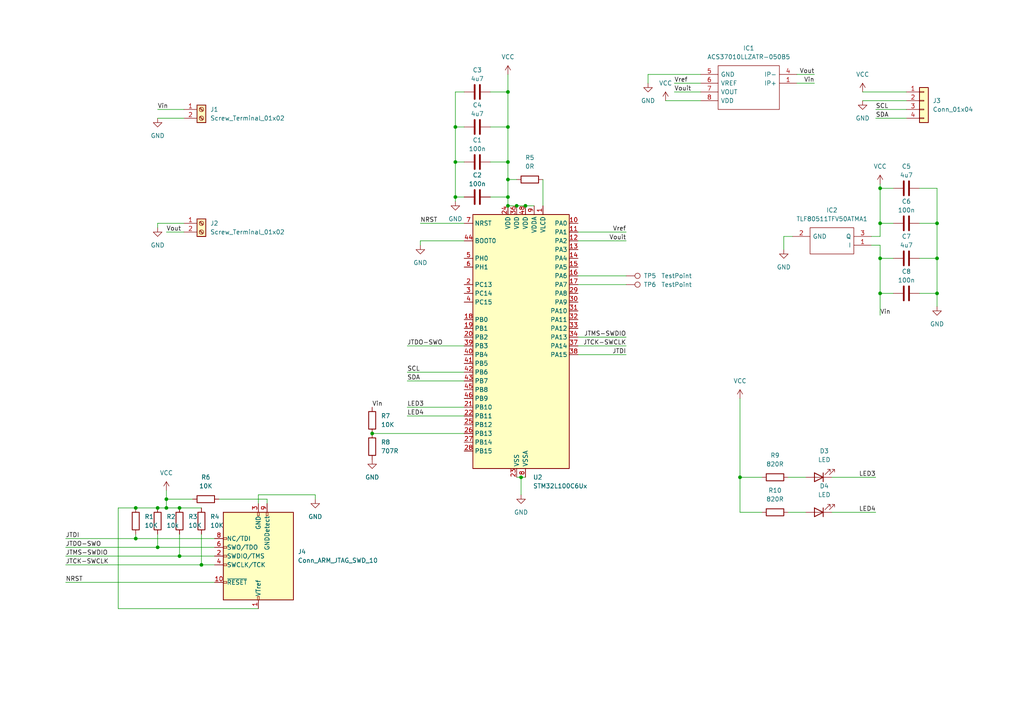
<source format=kicad_sch>
(kicad_sch (version 20230121) (generator eeschema)
  (paper "A4")
  (lib_symbols
    (symbol "Connector:Conn_ARM_JTAG_SWD_10" (pin_names (offset 1.016))
      (property "Reference" "J" (at -2.54 16.51 0))
      (property "Value" "Conn_ARM_JTAG_SWD_10" (at -2.54 13.97 0))
      (symbol "Conn_ARM_JTAG_SWD_10_0_1"
        (rectangle (start -10.16 12.7) (end 10.16 -12.7) (stroke (width 0.254)) (fill (type background)))
        (rectangle (start -2.794 -12.7) (end -2.286 -11.684))
        (rectangle (start -0.254 -12.7) (end 0.254 -11.684))
        (rectangle (start -0.254 12.7) (end 0.254 11.684))
        (rectangle (start 9.144 2.286) (end 10.16 2.794))
        (rectangle (start 10.16 -2.794) (end 9.144 -2.286))
        (rectangle (start 10.16 -0.254) (end 9.144 0.254))
        (rectangle (start 10.16 7.874) (end 9.144 7.366))
      )
      (symbol "Conn_ARM_JTAG_SWD_10_1_1"
        (rectangle (start 9.144 -5.334) (end 10.16 -4.826))
        (pin power_in line (at 0 15.24 270) (length 2.54) (name "VTref") (number "1"))
        (pin open_collector line (at 12.7 7.62 180) (length 2.54) (name "~{RESET}") (number "10"))
        (pin bidirectional line (at 12.7 0 180) (length 2.54) (name "SWDIO/TMS") (number "2"))
        (pin power_in line (at 0 -15.24 90) (length 2.54) (name "GND") (number "3"))
        (pin output line (at 12.7 2.54 180) (length 2.54) (name "SWCLK/TCK") (number "4"))
        (pin passive line (at 0 -15.24 90) (length 2.54) hide (name "GND") (number "5"))
        (pin input line (at 12.7 -2.54 180) (length 2.54) (name "SWO/TDO") (number "6"))
        (pin no_connect line (at -10.16 0 0) (length 2.54) hide (name "KEY") (number "7"))
        (pin output line (at 12.7 -5.08 180) (length 2.54) (name "NC/TDI") (number "8"))
        (pin passive line (at -2.54 -15.24 90) (length 2.54) (name "GNDDetect") (number "9"))
      )
    )
    (symbol "Connector:Screw_Terminal_01x02" (pin_names (offset 1.016) hide)
      (property "Reference" "J" (at 0 2.54 0))
      (property "Value" "Screw_Terminal_01x02" (at 0 -5.08 0))
      (symbol "Screw_Terminal_01x02_1_1"
        (rectangle (start -1.27 1.27) (end 1.27 -3.81) (stroke (width 0.254)) (fill (type background)))
        (circle (center 0 -2.54) (radius 0.635) (stroke (width 0.1524)))
        (polyline (pts (xy -0.5334 -2.2098) (xy 0.3302 -3.048)) (stroke (width 0.1524)))
        (polyline (pts (xy -0.5334 0.3302) (xy 0.3302 -0.508)) (stroke (width 0.1524)))
        (polyline (pts (xy -0.3556 -2.032) (xy 0.508 -2.8702)) (stroke (width 0.1524)))
        (polyline (pts (xy -0.3556 0.508) (xy 0.508 -0.3302)) (stroke (width 0.1524)))
        (circle (center 0 0) (radius 0.635) (stroke (width 0.1524)))
        (pin passive line (at -5.08 0 0) (length 3.81) (name "Pin_1") (number "1"))
        (pin passive line (at -5.08 -2.54 0) (length 3.81) (name "Pin_2") (number "2"))
      )
    )
    (symbol "Connector:TestPoint" (pin_numbers hide) (pin_names (offset 0.762) hide)
      (property "Reference" "TP" (at 0 6.858 0))
      (property "Value" "TestPoint" (at 0 5.08 0))
      (symbol "TestPoint_0_1"
        (circle (center 0 3.302) (radius 0.762))
      )
      (symbol "TestPoint_1_1"
        (pin passive line (at 0 0 90) (length 2.54) (name "1") (number "1"))
      )
    )
    (symbol "Connector_Generic:Conn_01x04" (pin_names (offset 1.016) hide)
      (property "Reference" "J" (at 0 5.08 0))
      (property "Value" "Conn_01x04" (at 0 -7.62 0))
      (symbol "Conn_01x04_1_1"
        (rectangle (start -1.27 -4.953) (end 0 -5.207) (stroke (width 0.1524)))
        (rectangle (start -1.27 -2.413) (end 0 -2.667) (stroke (width 0.1524)))
        (rectangle (start -1.27 0.127) (end 0 -0.127) (stroke (width 0.1524)))
        (rectangle (start -1.27 2.667) (end 0 2.413) (stroke (width 0.1524)))
        (rectangle (start -1.27 3.81) (end 1.27 -6.35) (stroke (width 0.254)) (fill (type background)))
        (pin passive line (at -5.08 2.54 0) (length 3.81) (name "Pin_1") (number "1"))
        (pin passive line (at -5.08 0 0) (length 3.81) (name "Pin_2") (number "2"))
        (pin passive line (at -5.08 -2.54 0) (length 3.81) (name "Pin_3") (number "3"))
        (pin passive line (at -5.08 -5.08 0) (length 3.81) (name "Pin_4") (number "4"))
      )
    )
    (symbol "Device:C" (pin_numbers hide) (pin_names (offset 0.254))
      (property "Reference" "C" (at 0.635 2.54 0))
      (property "Value" "C" (at 0.635 -2.54 0))
      (symbol "C_0_1"
        (polyline (pts (xy -2.032 -0.762) (xy 2.032 -0.762)) (stroke (width 0.508)))
        (polyline (pts (xy -2.032 0.762) (xy 2.032 0.762)) (stroke (width 0.508)))
      )
      (symbol "C_1_1"
        (pin passive line (at 0 3.81 270) (length 2.794) (name "~") (number "1"))
        (pin passive line (at 0 -3.81 90) (length 2.794) (name "~") (number "2"))
      )
    )
    (symbol "Device:LED" (pin_numbers hide) (pin_names (offset 1.016) hide)
      (property "Reference" "D" (at 0 2.54 0))
      (property "Value" "LED" (at 0 -2.54 0))
      (symbol "LED_0_1"
        (polyline (pts (xy -1.27 -1.27) (xy -1.27 1.27)) (stroke (width 0.254)))
        (polyline (pts (xy -1.27 0) (xy 1.27 0)))
        (polyline (pts (xy 1.27 -1.27) (xy 1.27 1.27) (xy -1.27 0) (xy 1.27 -1.27)) (stroke (width 0.254)))
        (polyline (pts (xy -3.048 -0.762) (xy -4.572 -2.286) (xy -3.81 -2.286) (xy -4.572 -2.286) (xy -4.572 -1.524)))
        (polyline (pts (xy -1.778 -0.762) (xy -3.302 -2.286) (xy -2.54 -2.286) (xy -3.302 -2.286) (xy -3.302 -1.524)))
      )
      (symbol "LED_1_1"
        (pin passive line (at -3.81 0 0) (length 2.54) (name "K") (number "1"))
        (pin passive line (at 3.81 0 180) (length 2.54) (name "A") (number "2"))
      )
    )
    (symbol "Device:R" (pin_numbers hide) (pin_names (offset 0))
      (property "Reference" "R" (at 2.032 0 90))
      (property "Value" "R" (at 0 0 90))
      (symbol "R_0_1"
        (rectangle (start -1.016 -2.54) (end 1.016 2.54) (stroke (width 0.254)))
      )
      (symbol "R_1_1"
        (pin passive line (at 0 3.81 270) (length 1.27) (name "~") (number "1"))
        (pin passive line (at 0 -3.81 90) (length 1.27) (name "~") (number "2"))
      )
    )
    (symbol "MCU_ST_STM32L1:STM32L100C6Ux"
      (property "Reference" "U" (at -12.7 39.37 0))
      (property "Value" "STM32L100C6Ux" (at 10.16 39.37 0))
      (symbol "STM32L100C6Ux_0_1"
        (rectangle (start -12.7 -35.56) (end 15.24 38.1) (stroke (width 0.254)) (fill (type background)))
      )
      (symbol "STM32L100C6Ux_1_1"
        (pin power_in line (at 7.62 40.64 270) (length 2.54) (name "VLCD") (number "1"))
        (pin bidirectional line (at 17.78 35.56 180) (length 2.54) (name "PA0") (number "10"))
        (pin bidirectional line (at 17.78 33.02 180) (length 2.54) (name "PA1") (number "11"))
        (pin bidirectional line (at 17.78 30.48 180) (length 2.54) (name "PA2") (number "12"))
        (pin bidirectional line (at 17.78 27.94 180) (length 2.54) (name "PA3") (number "13"))
        (pin bidirectional line (at 17.78 25.4 180) (length 2.54) (name "PA4") (number "14"))
        (pin bidirectional line (at 17.78 22.86 180) (length 2.54) (name "PA5") (number "15"))
        (pin bidirectional line (at 17.78 20.32 180) (length 2.54) (name "PA6") (number "16"))
        (pin bidirectional line (at 17.78 17.78 180) (length 2.54) (name "PA7") (number "17"))
        (pin bidirectional line (at -15.24 7.62 0) (length 2.54) (name "PB0") (number "18"))
        (pin bidirectional line (at -15.24 5.08 0) (length 2.54) (name "PB1") (number "19"))
        (pin bidirectional line (at -15.24 17.78 0) (length 2.54) (name "PC13") (number "2"))
        (pin bidirectional line (at -15.24 2.54 0) (length 2.54) (name "PB2") (number "20"))
        (pin bidirectional line (at -15.24 -17.78 0) (length 2.54) (name "PB10") (number "21"))
        (pin bidirectional line (at -15.24 -20.32 0) (length 2.54) (name "PB11") (number "22"))
        (pin power_in line (at 0 -38.1 90) (length 2.54) (name "VSS") (number "23"))
        (pin power_in line (at -2.54 40.64 270) (length 2.54) (name "VDD") (number "24"))
        (pin bidirectional line (at -15.24 -22.86 0) (length 2.54) (name "PB12") (number "25"))
        (pin bidirectional line (at -15.24 -25.4 0) (length 2.54) (name "PB13") (number "26"))
        (pin bidirectional line (at -15.24 -27.94 0) (length 2.54) (name "PB14") (number "27"))
        (pin bidirectional line (at -15.24 -30.48 0) (length 2.54) (name "PB15") (number "28"))
        (pin bidirectional line (at 17.78 15.24 180) (length 2.54) (name "PA8") (number "29"))
        (pin bidirectional line (at -15.24 15.24 0) (length 2.54) (name "PC14") (number "3"))
        (pin bidirectional line (at 17.78 12.7 180) (length 2.54) (name "PA9") (number "30"))
        (pin bidirectional line (at 17.78 10.16 180) (length 2.54) (name "PA10") (number "31"))
        (pin bidirectional line (at 17.78 7.62 180) (length 2.54) (name "PA11") (number "32"))
        (pin bidirectional line (at 17.78 5.08 180) (length 2.54) (name "PA12") (number "33"))
        (pin bidirectional line (at 17.78 2.54 180) (length 2.54) (name "PA13") (number "34"))
        (pin passive line (at 0 -38.1 90) (length 2.54) hide (name "VSS") (number "35"))
        (pin power_in line (at 0 40.64 270) (length 2.54) (name "VDD") (number "36"))
        (pin bidirectional line (at 17.78 0 180) (length 2.54) (name "PA14") (number "37"))
        (pin bidirectional line (at 17.78 -2.54 180) (length 2.54) (name "PA15") (number "38"))
        (pin bidirectional line (at -15.24 0 0) (length 2.54) (name "PB3") (number "39"))
        (pin bidirectional line (at -15.24 12.7 0) (length 2.54) (name "PC15") (number "4"))
        (pin bidirectional line (at -15.24 -2.54 0) (length 2.54) (name "PB4") (number "40"))
        (pin bidirectional line (at -15.24 -5.08 0) (length 2.54) (name "PB5") (number "41"))
        (pin bidirectional line (at -15.24 -7.62 0) (length 2.54) (name "PB6") (number "42"))
        (pin bidirectional line (at -15.24 -10.16 0) (length 2.54) (name "PB7") (number "43"))
        (pin input line (at -15.24 30.48 0) (length 2.54) (name "BOOT0") (number "44"))
        (pin bidirectional line (at -15.24 -12.7 0) (length 2.54) (name "PB8") (number "45"))
        (pin bidirectional line (at -15.24 -15.24 0) (length 2.54) (name "PB9") (number "46"))
        (pin passive line (at 0 -38.1 90) (length 2.54) hide (name "VSS") (number "47"))
        (pin power_in line (at 2.54 40.64 270) (length 2.54) (name "VDD") (number "48"))
        (pin passive line (at 0 -38.1 90) (length 2.54) hide (name "VSS") (number "49"))
        (pin bidirectional line (at -15.24 25.4 0) (length 2.54) (name "PH0") (number "5"))
        (pin bidirectional line (at -15.24 22.86 0) (length 2.54) (name "PH1") (number "6"))
        (pin input line (at -15.24 35.56 0) (length 2.54) (name "NRST") (number "7"))
        (pin power_in line (at 2.54 -38.1 90) (length 2.54) (name "VSSA") (number "8"))
        (pin power_in line (at 5.08 40.64 270) (length 2.54) (name "VDDA") (number "9"))
      )
    )
    (symbol "PRICOMP:ACS37010LLZATR-050B5" (pin_names (offset 0.762))
      (property "Reference" "IC" (at 24.13 7.62 0))
      (property "Value" "ACS37010LLZATR-050B5" (at 24.13 5.08 0))
      (symbol "ACS37010LLZATR-050B5_0_0"
        (pin passive line (at 27.94 -2.54 180) (length 5.08) (name "IP+") (number "1"))
        (pin passive line (at 27.94 0 180) (length 5.08) (name "IP-") (number "4"))
        (pin passive line (at 0 0 0) (length 5.08) (name "GND") (number "5"))
        (pin passive line (at 0 -2.54 0) (length 5.08) (name "VREF") (number "6"))
        (pin passive line (at 0 -5.08 0) (length 5.08) (name "VOUT") (number "7"))
        (pin passive line (at 0 -7.62 0) (length 5.08) (name "VDD") (number "8"))
      )
      (symbol "ACS37010LLZATR-050B5_0_1"
        (polyline (pts (xy 5.08 2.54) (xy 22.86 2.54) (xy 22.86 -10.16) (xy 5.08 -10.16) (xy 5.08 2.54)) (stroke (width 0.1524)))
      )
    )
    (symbol "TLF:TLF80511TFV50ATMA1" (pin_names (offset 0.762))
      (property "Reference" "IC" (at 19.05 7.62 0))
      (property "Value" "TLF80511TFV50ATMA1" (at 19.05 5.08 0))
      (symbol "TLF80511TFV50ATMA1_0_0"
        (pin passive line (at 22.86 -2.54 180) (length 5.08) (name "I") (number "1"))
        (pin passive line (at 0 0 0) (length 5.08) (name "GND") (number "2"))
        (pin passive line (at 22.86 0 180) (length 5.08) (name "Q") (number "3"))
      )
      (symbol "TLF80511TFV50ATMA1_0_1"
        (polyline (pts (xy 5.08 2.54) (xy 17.78 2.54) (xy 17.78 -5.08) (xy 5.08 -5.08) (xy 5.08 2.54)) (stroke (width 0.1524)))
      )
    )
    (symbol "power:GND" (power) (pin_names (offset 0))
      (property "Value" "GND" (at 0 -3.81 0))
      (symbol "GND_0_1"
        (polyline (pts (xy 0 0) (xy 0 -1.27) (xy 1.27 -1.27) (xy 0 -2.54) (xy -1.27 -1.27) (xy 0 -1.27)))
      )
      (symbol "GND_1_1"
        (pin power_in line (at 0 0 270) (length 0) hide (name "GND") (number "1"))
      )
    )
    (symbol "power:VCC" (power) (pin_names (offset 0))
      (property "Value" "VCC" (at 0 3.81 0))
      (symbol "VCC_0_1"
        (polyline (pts (xy -0.762 1.27) (xy 0 2.54)))
        (polyline (pts (xy 0 0) (xy 0 2.54)))
        (polyline (pts (xy 0 2.54) (xy 0.762 1.27)))
      )
      (symbol "VCC_1_1"
        (pin power_in line (at 0 0 90) (length 0) hide (name "VCC") (number "1"))
      )
    )
  )
  (junction (at 48.26 147.32))
  (junction (at 132.08 46.99))
  (junction (at 52.07 161.29))
  (junction (at 271.78 74.93))
  (junction (at 58.42 163.83))
  (junction (at 151.13 138.43))
  (junction (at 39.37 156.21))
  (junction (at 255.27 54.61))
  (junction (at 48.26 144.78))
  (junction (at 147.32 59.69))
  (junction (at 255.27 64.77))
  (junction (at 147.32 52.07))
  (junction (at 132.08 57.15))
  (junction (at 39.37 147.32))
  (junction (at 45.72 158.75))
  (junction (at 214.63 138.43))
  (junction (at 149.86 59.69))
  (junction (at 147.32 46.99))
  (junction (at 271.78 64.77))
  (junction (at 107.95 125.73))
  (junction (at 271.78 85.09))
  (junction (at 152.4 59.69))
  (junction (at 147.32 36.83))
  (junction (at 132.08 36.83))
  (junction (at 52.07 147.32))
  (junction (at 255.27 74.93))
  (junction (at 147.32 57.15))
  (junction (at 147.32 26.67))
  (junction (at 45.72 147.32))
  (junction (at 255.27 85.09))
  (wire (pts (xy 48.26 147.32) (xy 52.07 147.32)))
  (wire (pts (xy 241.3 148.59) (xy 254 148.59)))
  (wire (pts (xy 259.08 85.09) (xy 255.27 85.09)))
  (wire (pts (xy 152.4 59.69) (xy 154.94 59.69)))
  (wire (pts (xy 167.64 102.87) (xy 181.61 102.87)))
  (wire (pts (xy 39.37 147.32) (xy 45.72 147.32)))
  (wire (pts (xy 167.64 67.31) (xy 181.61 67.31)))
  (wire (pts (xy 118.11 120.65) (xy 134.62 120.65)))
  (wire (pts (xy 187.96 21.59) (xy 187.96 24.13)))
  (wire (pts (xy 147.32 21.59) (xy 147.32 26.67)))
  (wire (pts (xy 142.24 57.15) (xy 147.32 57.15)))
  (wire (pts (xy 19.05 163.83) (xy 58.42 163.83)))
  (wire (pts (xy 259.08 74.93) (xy 255.27 74.93)))
  (wire (pts (xy 142.24 36.83) (xy 147.32 36.83)))
  (wire (pts (xy 121.92 69.85) (xy 134.62 69.85)))
  (wire (pts (xy 214.63 115.57) (xy 214.63 138.43)))
  (wire (pts (xy 266.7 85.09) (xy 271.78 85.09)))
  (wire (pts (xy 74.93 143.51) (xy 91.44 143.51)))
  (wire (pts (xy 134.62 36.83) (xy 132.08 36.83)))
  (wire (pts (xy 147.32 59.69) (xy 149.86 59.69)))
  (wire (pts (xy 45.72 154.94) (xy 45.72 158.75)))
  (wire (pts (xy 252.73 71.12) (xy 255.27 71.12)))
  (wire (pts (xy 220.98 138.43) (xy 214.63 138.43)))
  (wire (pts (xy 63.5 144.78) (xy 77.47 144.78)))
  (wire (pts (xy 19.05 158.75) (xy 45.72 158.75)))
  (wire (pts (xy 147.32 57.15) (xy 147.32 59.69)))
  (wire (pts (xy 254 34.29) (xy 262.89 34.29)))
  (wire (pts (xy 271.78 54.61) (xy 271.78 64.77)))
  (wire (pts (xy 252.73 68.58) (xy 255.27 68.58)))
  (wire (pts (xy 48.26 144.78) (xy 55.88 144.78)))
  (wire (pts (xy 132.08 46.99) (xy 132.08 57.15)))
  (wire (pts (xy 34.29 147.32) (xy 34.29 176.53)))
  (wire (pts (xy 255.27 53.34) (xy 255.27 54.61)))
  (wire (pts (xy 157.48 52.07) (xy 157.48 59.69)))
  (wire (pts (xy 45.72 147.32) (xy 48.26 147.32)))
  (wire (pts (xy 77.47 146.05) (xy 77.47 144.78)))
  (wire (pts (xy 48.26 144.78) (xy 48.26 147.32)))
  (wire (pts (xy 142.24 46.99) (xy 147.32 46.99)))
  (wire (pts (xy 53.34 64.77) (xy 45.72 64.77)))
  (wire (pts (xy 45.72 34.29) (xy 53.34 34.29)))
  (wire (pts (xy 254 31.75) (xy 262.89 31.75)))
  (wire (pts (xy 132.08 57.15) (xy 132.08 58.42)))
  (wire (pts (xy 271.78 74.93) (xy 271.78 85.09)))
  (wire (pts (xy 19.05 161.29) (xy 52.07 161.29)))
  (wire (pts (xy 151.13 138.43) (xy 152.4 138.43)))
  (wire (pts (xy 118.11 110.49) (xy 134.62 110.49)))
  (wire (pts (xy 74.93 176.53) (xy 34.29 176.53)))
  (wire (pts (xy 255.27 71.12) (xy 255.27 74.93)))
  (wire (pts (xy 231.14 24.13) (xy 236.22 24.13)))
  (wire (pts (xy 195.58 26.67) (xy 203.2 26.67)))
  (wire (pts (xy 167.64 82.55) (xy 181.61 82.55)))
  (wire (pts (xy 134.62 57.15) (xy 132.08 57.15)))
  (wire (pts (xy 167.64 97.79) (xy 181.61 97.79)))
  (wire (pts (xy 149.86 59.69) (xy 152.4 59.69)))
  (wire (pts (xy 167.64 80.01) (xy 181.61 80.01)))
  (wire (pts (xy 142.24 26.67) (xy 147.32 26.67)))
  (wire (pts (xy 255.27 85.09) (xy 255.27 91.44)))
  (wire (pts (xy 19.05 156.21) (xy 39.37 156.21)))
  (wire (pts (xy 19.05 168.91) (xy 62.23 168.91)))
  (wire (pts (xy 250.19 29.21) (xy 262.89 29.21)))
  (wire (pts (xy 58.42 154.94) (xy 58.42 163.83)))
  (wire (pts (xy 255.27 64.77) (xy 259.08 64.77)))
  (wire (pts (xy 48.26 142.24) (xy 48.26 144.78)))
  (wire (pts (xy 52.07 147.32) (xy 58.42 147.32)))
  (wire (pts (xy 255.27 68.58) (xy 255.27 64.77)))
  (wire (pts (xy 147.32 52.07) (xy 147.32 57.15)))
  (wire (pts (xy 149.86 138.43) (xy 151.13 138.43)))
  (wire (pts (xy 266.7 54.61) (xy 271.78 54.61)))
  (wire (pts (xy 34.29 147.32) (xy 39.37 147.32)))
  (wire (pts (xy 118.11 118.11) (xy 134.62 118.11)))
  (wire (pts (xy 121.92 69.85) (xy 121.92 71.12)))
  (wire (pts (xy 118.11 107.95) (xy 134.62 107.95)))
  (wire (pts (xy 214.63 138.43) (xy 214.63 148.59)))
  (wire (pts (xy 147.32 26.67) (xy 147.32 36.83)))
  (wire (pts (xy 132.08 26.67) (xy 132.08 36.83)))
  (wire (pts (xy 58.42 163.83) (xy 62.23 163.83)))
  (wire (pts (xy 195.58 24.13) (xy 203.2 24.13)))
  (wire (pts (xy 259.08 54.61) (xy 255.27 54.61)))
  (wire (pts (xy 39.37 154.94) (xy 39.37 156.21)))
  (wire (pts (xy 228.6 148.59) (xy 233.68 148.59)))
  (wire (pts (xy 132.08 46.99) (xy 134.62 46.99)))
  (wire (pts (xy 74.93 146.05) (xy 74.93 143.51)))
  (wire (pts (xy 229.87 68.58) (xy 227.33 68.58)))
  (wire (pts (xy 271.78 64.77) (xy 271.78 74.93)))
  (wire (pts (xy 231.14 21.59) (xy 236.22 21.59)))
  (wire (pts (xy 39.37 156.21) (xy 62.23 156.21)))
  (wire (pts (xy 227.33 68.58) (xy 227.33 72.39)))
  (wire (pts (xy 45.72 64.77) (xy 45.72 66.04)))
  (wire (pts (xy 167.64 100.33) (xy 181.61 100.33)))
  (wire (pts (xy 271.78 85.09) (xy 271.78 88.9)))
  (wire (pts (xy 52.07 161.29) (xy 62.23 161.29)))
  (wire (pts (xy 147.32 52.07) (xy 149.86 52.07)))
  (wire (pts (xy 134.62 26.67) (xy 132.08 26.67)))
  (wire (pts (xy 167.64 69.85) (xy 181.61 69.85)))
  (wire (pts (xy 52.07 154.94) (xy 52.07 161.29)))
  (wire (pts (xy 220.98 148.59) (xy 214.63 148.59)))
  (wire (pts (xy 266.7 74.93) (xy 271.78 74.93)))
  (wire (pts (xy 118.11 100.33) (xy 134.62 100.33)))
  (wire (pts (xy 48.26 67.31) (xy 53.34 67.31)))
  (wire (pts (xy 147.32 46.99) (xy 147.32 52.07)))
  (wire (pts (xy 255.27 74.93) (xy 255.27 85.09)))
  (wire (pts (xy 203.2 21.59) (xy 187.96 21.59)))
  (wire (pts (xy 228.6 138.43) (xy 233.68 138.43)))
  (wire (pts (xy 91.44 143.51) (xy 91.44 144.78)))
  (wire (pts (xy 266.7 64.77) (xy 271.78 64.77)))
  (wire (pts (xy 241.3 138.43) (xy 254 138.43)))
  (wire (pts (xy 121.92 64.77) (xy 134.62 64.77)))
  (wire (pts (xy 147.32 36.83) (xy 147.32 46.99)))
  (wire (pts (xy 151.13 138.43) (xy 151.13 143.51)))
  (wire (pts (xy 250.19 26.67) (xy 262.89 26.67)))
  (wire (pts (xy 45.72 31.75) (xy 53.34 31.75)))
  (wire (pts (xy 255.27 54.61) (xy 255.27 64.77)))
  (wire (pts (xy 132.08 36.83) (xy 132.08 46.99)))
  (wire (pts (xy 193.04 29.21) (xy 203.2 29.21)))
  (wire (pts (xy 45.72 158.75) (xy 62.23 158.75)))
  (wire (pts (xy 107.95 125.73) (xy 134.62 125.73)))
  (label "Vin" (at 45.72 31.75 0))
  (label "NRST" (at 121.92 64.77 0))
  (label "SCL" (at 118.11 107.95 0))
  (label "SDA" (at 118.11 110.49 0))
  (label "LED4" (at 254 148.59 180))
  (label "JTMS-SWDIO" (at 19.05 161.29 0))
  (label "JTCK-SWCLK" (at 19.05 163.83 0))
  (label "Vout" (at 236.22 21.59 180))
  (label "Vref" (at 181.61 67.31 180))
  (label "LED3" (at 118.11 118.11 0))
  (label "Vouit" (at 181.61 69.85 180))
  (label "JTMS-SWDIO" (at 181.61 97.79 180))
  (label "SDA" (at 254 34.29 0))
  (label "LED3" (at 254 138.43 180))
  (label "JTCK-SWCLK" (at 181.61 100.33 180))
  (label "Vref" (at 195.58 24.13 0))
  (label "Vout" (at 48.26 67.31 0))
  (label "JTDO-SWO" (at 118.11 100.33 0))
  (label "Vouit" (at 195.58 26.67 0))
  (label "NRST" (at 19.05 168.91 0))
  (label "JTDI" (at 19.05 156.21 0))
  (label "SCL" (at 254 31.75 0))
  (label "LED4" (at 118.11 120.65 0))
  (label "Vin" (at 236.22 24.13 180))
  (label "JTDO-SWO" (at 19.05 158.75 0))
  (label "Vin" (at 107.95 118.11 0))
  (label "Vin" (at 255.27 91.44 0))
  (label "JTDI" (at 181.61 102.87 180))
  (symbol (lib_id "power:VCC") (at 193.04 29.21 0) (unit 1)
    (property "Reference" "#PWR04" (effects hide))
    (property "Value" "VCC" (at 193.04 24.13 0))
  )
  (symbol (lib_id "Device:C") (at 138.43 57.15 90) (unit 1)
    (property "Reference" "C2" (at 138.43 50.8 90))
    (property "Value" "100n" (at 138.43 53.34 90))
    (property "Footprint" "Capacitor_SMD:C_0805_2012Metric" (effects hide))
  )
  (symbol (lib_id "power:GND") (at 151.13 143.51 0) (unit 1)
    (property "Reference" "#PWR09" (effects hide))
    (property "Value" "GND" (at 151.13 148.59 0))
  )
  (symbol (lib_id "power:VCC") (at 214.63 115.57 0) (unit 1)
    (property "Reference" "#PWR012" (effects hide))
    (property "Value" "VCC" (at 214.63 110.49 0))
  )
  (symbol (lib_id "MCU_ST_STM32L1:STM32L100C6Ux") (at 149.86 100.33 0) (unit 1)
    (property "Reference" "U2" (at 154.5941 138.43 0) (effects (justify left)))
    (property "Value" "STM32L100C6Ux" (at 154.5941 140.97 0) (effects (justify left)))
    (property "Footprint" "Package_DFN_QFN:QFN-48-1EP_7x7mm_P0.5mm_EP5.6x5.6mm" (effects hide))
    (property "Datasheet" "https://www.st.com/resource/en/datasheet/stm32l100c6.pdf" (effects hide))
  )
  (symbol (lib_id "power:GND") (at 45.72 34.29 0) (unit 1)
    (property "Reference" "#PWR01" (effects hide))
    (property "Value" "GND" (at 45.72 39.37 0))
  )
  (symbol (lib_id "Connector:TestPoint") (at 181.61 82.55 270) (unit 1)
    (property "Reference" "TP6" (at 186.69 82.55 90) (effects (justify left)))
    (property "Value" "TestPoint" (at 191.77 82.55 90) (effects (justify left)))
    (property "Footprint" "TestPoint:TestPoint_Pad_2.0x2.0mm" (effects hide))
  )
  (symbol (lib_id "Connector_Generic:Conn_01x04") (at 267.97 29.21 0) (unit 1)
    (property "Reference" "J3" (at 270.51 29.21 0) (effects (justify left)))
    (property "Value" "Conn_01x04" (at 270.51 31.75 0) (effects (justify left)))
    (property "Footprint" "Connector_PinHeader_2.54mm:PinHeader_1x04_P2.54mm_Vertical" (effects hide))
  )
  (symbol (lib_id "power:GND") (at 250.19 29.21 0) (unit 1)
    (property "Reference" "#PWR06" (effects hide))
    (property "Value" "GND" (at 250.19 34.29 0))
  )
  (symbol (lib_id "Device:R") (at 52.07 151.13 0) (unit 1)
    (property "Reference" "R3" (at 54.61 149.86 0) (effects (justify left)))
    (property "Value" "10K" (at 54.61 152.4 0) (effects (justify left)))
    (property "Footprint" "Resistor_SMD:R_0805_2012Metric_Pad1.20x1.40mm_HandSolder" (effects hide))
  )
  (symbol (lib_id "power:VCC") (at 250.19 26.67 0) (unit 1)
    (property "Reference" "#PWR05" (effects hide))
    (property "Value" "VCC" (at 250.19 21.59 0))
  )
  (symbol (lib_id "Device:C") (at 262.89 85.09 90) (unit 1)
    (property "Reference" "C8" (at 262.89 78.74 90))
    (property "Value" "100n" (at 262.89 81.28 90))
    (property "Footprint" "Capacitor_SMD:C_0805_2012Metric" (effects hide))
  )
  (symbol (lib_id "power:VCC") (at 147.32 21.59 0) (unit 1)
    (property "Reference" "#PWR010" (effects hide))
    (property "Value" "VCC" (at 147.32 16.51 0))
  )
  (symbol (lib_id "power:GND") (at 271.78 88.9 0) (unit 1)
    (property "Reference" "#PWR015" (effects hide))
    (property "Value" "GND" (at 271.78 93.98 0))
  )
  (symbol (lib_id "Device:R") (at 107.95 121.92 0) (unit 1)
    (property "Reference" "R7" (at 110.49 120.65 0) (effects (justify left)))
    (property "Value" "10K" (at 110.49 123.19 0) (effects (justify left)))
    (property "Footprint" "Resistor_SMD:R_0805_2012Metric_Pad1.20x1.40mm_HandSolder" (effects hide))
  )
  (symbol (lib_id "Device:R") (at 107.95 129.54 0) (unit 1)
    (property "Reference" "R8" (at 110.49 128.27 0) (effects (justify left)))
    (property "Value" "707R" (at 110.49 130.81 0) (effects (justify left)))
    (property "Footprint" "Resistor_SMD:R_0805_2012Metric_Pad1.20x1.40mm_HandSolder" (effects hide))
  )
  (symbol (lib_id "Connector:Conn_ARM_JTAG_SWD_10") (at 74.93 161.29 180) (unit 1)
    (property "Reference" "J4" (at 86.36 160.02 0) (effects (justify right)))
    (property "Value" "Conn_ARM_JTAG_SWD_10" (at 86.36 162.56 0) (effects (justify right)))
    (property "Footprint" "Connector_PinHeader_1.27mm:PinHeader_2x05_P1.27mm_Vertical" (effects hide))
    (property "Datasheet" "http://infocenter.arm.com/help/topic/com.arm.doc.ddi0314h/DDI0314H_coresight_components_trm.pdf" (effects hide))
  )
  (symbol (lib_id "Device:R") (at 153.67 52.07 90) (unit 1)
    (property "Reference" "R5" (at 153.67 45.72 90))
    (property "Value" "0R" (at 153.67 48.26 90))
    (property "Footprint" "Resistor_SMD:R_0201_0603Metric" (effects hide))
  )
  (symbol (lib_id "PRICOMP:ACS37010LLZATR-050B5") (at 203.2 21.59 0) (unit 1)
    (property "Reference" "IC1" (at 217.17 13.97 0))
    (property "Value" "ACS37010LLZATR-050B5" (at 217.17 16.51 0))
    (property "Footprint" "ACS37010LLZATR050B5" (effects hide))
    (property "Datasheet" "https://www.allegromicro.com/~/media/Files/Datasheets/ACS37010-2-Datasheet" (effects hide))
    (property "Description" "450 kHz, High Accuracy Current Sensor With FAULT or Reference Output in SOIC-6 Package" (effects hide))
    (property "Height" "1.82" (effects hide))
    (property "Arrow Part Number" "ACS37010LLZATR-050B5" (effects hide))
    (property "Manufacturer_Name" "Allegro Microsystems" (effects hide))
    (property "Manufacturer_Part_Number" "ACS37010LLZATR-050B5" (effects hide))
  )
  (symbol (lib_id "Device:LED") (at 237.49 148.59 180) (unit 1)
    (property "Reference" "D4" (at 239.0775 140.97 0))
    (property "Value" "LED" (at 239.0775 143.51 0))
    (property "Footprint" "LED_SMD:LED_0805_2012Metric_Pad1.15x1.40mm_HandSolder" (effects hide))
  )
  (symbol (lib_id "Connector:Screw_Terminal_01x02") (at 58.42 31.75 0) (unit 1)
    (property "Reference" "J1" (at 60.96 31.75 0) (effects (justify left)))
    (property "Value" "Screw_Terminal_01x02" (at 60.96 34.29 0) (effects (justify left)))
    (property "Footprint" "TerminalBlock_RND:TerminalBlock_RND_205-00001_1x02_P5.00mm_Horizontal" (effects hide))
  )
  (symbol (lib_id "Device:R") (at 224.79 148.59 90) (unit 1)
    (property "Reference" "R10" (at 224.79 142.24 90))
    (property "Value" "820R" (at 224.79 144.78 90))
    (property "Footprint" "Resistor_SMD:R_0805_2012Metric_Pad1.20x1.40mm_HandSolder" (effects hide))
  )
  (symbol (lib_id "Device:R") (at 224.79 138.43 90) (unit 1)
    (property "Reference" "R9" (at 224.79 132.08 90))
    (property "Value" "820R" (at 224.79 134.62 90))
    (property "Footprint" "Resistor_SMD:R_0805_2012Metric_Pad1.20x1.40mm_HandSolder" (effects hide))
  )
  (symbol (lib_id "power:GND") (at 132.08 58.42 0) (unit 1)
    (property "Reference" "#PWR011" (effects hide))
    (property "Value" "GND" (at 132.08 63.5 0))
  )
  (symbol (lib_id "power:GND") (at 187.96 24.13 0) (unit 1)
    (property "Reference" "#PWR02" (effects hide))
    (property "Value" "GND" (at 187.96 29.21 0))
  )
  (symbol (lib_id "Device:R") (at 58.42 151.13 0) (unit 1)
    (property "Reference" "R4" (at 60.96 149.86 0) (effects (justify left)))
    (property "Value" "10K" (at 60.96 152.4 0) (effects (justify left)))
    (property "Footprint" "Resistor_SMD:R_0805_2012Metric_Pad1.20x1.40mm_HandSolder" (effects hide))
  )
  (symbol (lib_id "power:GND") (at 45.72 66.04 0) (unit 1)
    (property "Reference" "#PWR03" (effects hide))
    (property "Value" "GND" (at 45.72 71.12 0))
  )
  (symbol (lib_id "Connector:Screw_Terminal_01x02") (at 58.42 64.77 0) (unit 1)
    (property "Reference" "J2" (at 60.96 64.77 0) (effects (justify left)))
    (property "Value" "Screw_Terminal_01x02" (at 60.96 67.31 0) (effects (justify left)))
    (property "Footprint" "TerminalBlock_RND:TerminalBlock_RND_205-00001_1x02_P5.00mm_Horizontal" (effects hide))
  )
  (symbol (lib_id "Device:C") (at 262.89 74.93 90) (unit 1)
    (property "Reference" "C7" (at 262.89 68.58 90))
    (property "Value" "4u7" (at 262.89 71.12 90))
    (property "Footprint" "Capacitor_SMD:C_0805_2012Metric" (effects hide))
  )
  (symbol (lib_id "power:GND") (at 107.95 133.35 0) (unit 1)
    (property "Reference" "#PWR017" (effects hide))
    (property "Value" "GND" (at 107.95 138.43 0))
  )
  (symbol (lib_id "Device:R") (at 45.72 151.13 0) (unit 1)
    (property "Reference" "R2" (at 48.26 149.86 0) (effects (justify left)))
    (property "Value" "10k" (at 48.26 152.4 0) (effects (justify left)))
    (property "Footprint" "Resistor_SMD:R_0805_2012Metric_Pad1.20x1.40mm_HandSolder" (effects hide))
  )
  (symbol (lib_id "Device:LED") (at 237.49 138.43 180) (unit 1)
    (property "Reference" "D3" (at 239.0775 130.81 0))
    (property "Value" "LED" (at 239.0775 133.35 0))
    (property "Footprint" "LED_SMD:LED_0805_2012Metric_Pad1.15x1.40mm_HandSolder" (effects hide))
  )
  (symbol (lib_id "Device:R") (at 39.37 151.13 0) (unit 1)
    (property "Reference" "R1" (at 41.91 149.86 0) (effects (justify left)))
    (property "Value" "10K" (at 41.91 152.4 0) (effects (justify left)))
    (property "Footprint" "Resistor_SMD:R_0805_2012Metric_Pad1.20x1.40mm_HandSolder" (effects hide))
  )
  (symbol (lib_id "Device:R") (at 59.69 144.78 90) (unit 1)
    (property "Reference" "R6" (at 59.69 138.43 90))
    (property "Value" "10K" (at 59.69 140.97 90))
    (property "Footprint" "Resistor_SMD:R_0805_2012Metric_Pad1.20x1.40mm_HandSolder" (effects hide))
  )
  (symbol (lib_id "Device:C") (at 138.43 26.67 90) (unit 1)
    (property "Reference" "C3" (at 138.43 20.32 90))
    (property "Value" "4u7" (at 138.43 22.86 90))
    (property "Footprint" "Capacitor_SMD:C_0805_2012Metric" (effects hide))
  )
  (symbol (lib_id "Connector:TestPoint") (at 181.61 80.01 270) (unit 1)
    (property "Reference" "TP5" (at 186.69 80.01 90) (effects (justify left)))
    (property "Value" "TestPoint" (at 191.77 80.01 90) (effects (justify left)))
    (property "Footprint" "TestPoint:TestPoint_Pad_2.0x2.0mm" (effects hide))
  )
  (symbol (lib_id "Device:C") (at 262.89 64.77 90) (unit 1)
    (property "Reference" "C6" (at 262.89 58.42 90))
    (property "Value" "100n" (at 262.89 60.96 90))
    (property "Footprint" "Capacitor_SMD:C_0805_2012Metric" (effects hide))
  )
  (symbol (lib_id "power:VCC") (at 48.26 142.24 0) (unit 1)
    (property "Reference" "#PWR08" (effects hide))
    (property "Value" "VCC" (at 48.26 137.16 0))
  )
  (symbol (lib_id "Device:C") (at 262.89 54.61 90) (unit 1)
    (property "Reference" "C5" (at 262.89 48.26 90))
    (property "Value" "4u7" (at 262.89 50.8 90))
    (property "Footprint" "Capacitor_SMD:C_0805_2012Metric" (effects hide))
  )
  (symbol (lib_id "power:GND") (at 91.44 144.78 0) (unit 1)
    (property "Reference" "#PWR07" (effects hide))
    (property "Value" "GND" (at 91.44 149.86 0))
  )
  (symbol (lib_id "TLF:TLF80511TFV50ATMA1") (at 229.87 68.58 0) (unit 1)
    (property "Reference" "IC2" (at 241.3 60.96 0))
    (property "Value" "TLF80511TFV50ATMA1" (at 241.3 63.5 0))
    (property "Footprint" "IDD09E60" (effects hide))
    (property "Datasheet" "https://www.infineon.com/dgdl/Infineon-TLF80511TF-DS-v01_00-EN.pdf?fileId=5546d46259d9a4bf0159fa3199ac3f4b" (effects hide))
    (property "Description" "INFINEON - TLF80511TFV50ATMA1 - LDO, FIXED, AEC-Q100, 5V, 0.4A, TO-252-3" (effects hide))
    (property "Height" "2" (effects hide))
    (property "Manufacturer_Name" "Infineon" (effects hide))
    (property "Manufacturer_Part_Number" "TLF80511TFV50ATMA1" (effects hide))
  )
  (symbol (lib_id "power:VCC") (at 255.27 53.34 0) (unit 1)
    (property "Reference" "#PWR014" (effects hide))
    (property "Value" "VCC" (at 255.27 48.26 0))
  )
  (symbol (lib_id "power:GND") (at 227.33 72.39 0) (unit 1)
    (property "Reference" "#PWR016" (effects hide))
    (property "Value" "GND" (at 227.33 77.47 0))
  )
  (symbol (lib_id "Device:C") (at 138.43 46.99 90) (unit 1)
    (property "Reference" "C1" (at 138.43 40.64 90))
    (property "Value" "100n" (at 138.43 43.18 90))
    (property "Footprint" "Capacitor_SMD:C_0805_2012Metric" (effects hide))
  )
  (symbol (lib_id "power:GND") (at 121.92 71.12 0) (unit 1)
    (property "Reference" "#PWR013" (effects hide))
    (property "Value" "GND" (at 121.92 76.2 0))
  )
  (symbol (lib_id "Device:C") (at 138.43 36.83 90) (unit 1)
    (property "Reference" "C4" (at 138.43 30.48 90))
    (property "Value" "4u7" (at 138.43 33.02 90))
    (property "Footprint" "Capacitor_SMD:C_0805_2012Metric" (effects hide))
  )
)
</source>
